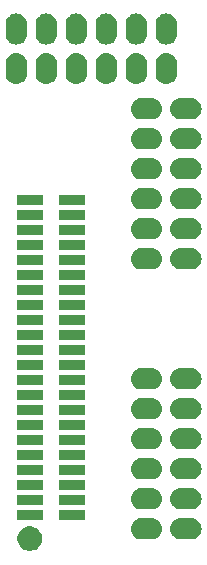
<source format=gbr>
G04 #@! TF.GenerationSoftware,KiCad,Pcbnew,5.1.4+dfsg1-1*
G04 #@! TF.CreationDate,2019-11-26T20:14:11-08:00*
G04 #@! TF.ProjectId,glasgow-pmod,676c6173-676f-4772-9d70-6d6f642e6b69,rev?*
G04 #@! TF.SameCoordinates,PX9001f78PY487d01c*
G04 #@! TF.FileFunction,Soldermask,Bot*
G04 #@! TF.FilePolarity,Negative*
%FSLAX46Y46*%
G04 Gerber Fmt 4.6, Leading zero omitted, Abs format (unit mm)*
G04 Created by KiCad (PCBNEW 5.1.4+dfsg1-1) date 2019-11-26 20:14:11*
%MOMM*%
%LPD*%
G04 APERTURE LIST*
%ADD10C,0.100000*%
G04 APERTURE END LIST*
D10*
G36*
X5386564Y-46995389D02*
G01*
X5577833Y-47074615D01*
X5577835Y-47074616D01*
X5749973Y-47189635D01*
X5896365Y-47336027D01*
X6011385Y-47508167D01*
X6090611Y-47699436D01*
X6131000Y-47902484D01*
X6131000Y-48109516D01*
X6090611Y-48312564D01*
X6011385Y-48503833D01*
X6011384Y-48503835D01*
X5896365Y-48675973D01*
X5749973Y-48822365D01*
X5577835Y-48937384D01*
X5577834Y-48937385D01*
X5577833Y-48937385D01*
X5386564Y-49016611D01*
X5183516Y-49057000D01*
X4976484Y-49057000D01*
X4773436Y-49016611D01*
X4582167Y-48937385D01*
X4582166Y-48937385D01*
X4582165Y-48937384D01*
X4410027Y-48822365D01*
X4263635Y-48675973D01*
X4148616Y-48503835D01*
X4148615Y-48503833D01*
X4069389Y-48312564D01*
X4029000Y-48109516D01*
X4029000Y-47902484D01*
X4069389Y-47699436D01*
X4148615Y-47508167D01*
X4263635Y-47336027D01*
X4410027Y-47189635D01*
X4582165Y-47074616D01*
X4582167Y-47074615D01*
X4773436Y-46995389D01*
X4976484Y-46955000D01*
X5183516Y-46955000D01*
X5386564Y-46995389D01*
X5386564Y-46995389D01*
G37*
G36*
X18837443Y-46286019D02*
G01*
X18903627Y-46292537D01*
X19073466Y-46344057D01*
X19229991Y-46427722D01*
X19265729Y-46457052D01*
X19367186Y-46540314D01*
X19450448Y-46641771D01*
X19479778Y-46677509D01*
X19563443Y-46834034D01*
X19614963Y-47003873D01*
X19632359Y-47180500D01*
X19614963Y-47357127D01*
X19563443Y-47526966D01*
X19479778Y-47683491D01*
X19466693Y-47699435D01*
X19367186Y-47820686D01*
X19267513Y-47902484D01*
X19229991Y-47933278D01*
X19073466Y-48016943D01*
X18903627Y-48068463D01*
X18837442Y-48074982D01*
X18771260Y-48081500D01*
X17842740Y-48081500D01*
X17776558Y-48074982D01*
X17710373Y-48068463D01*
X17540534Y-48016943D01*
X17384009Y-47933278D01*
X17346487Y-47902484D01*
X17246814Y-47820686D01*
X17147307Y-47699435D01*
X17134222Y-47683491D01*
X17050557Y-47526966D01*
X16999037Y-47357127D01*
X16981641Y-47180500D01*
X16999037Y-47003873D01*
X17050557Y-46834034D01*
X17134222Y-46677509D01*
X17163552Y-46641771D01*
X17246814Y-46540314D01*
X17348271Y-46457052D01*
X17384009Y-46427722D01*
X17540534Y-46344057D01*
X17710373Y-46292537D01*
X17776557Y-46286019D01*
X17842740Y-46279500D01*
X18771260Y-46279500D01*
X18837443Y-46286019D01*
X18837443Y-46286019D01*
G37*
G36*
X15497443Y-46286019D02*
G01*
X15563627Y-46292537D01*
X15733466Y-46344057D01*
X15889991Y-46427722D01*
X15925729Y-46457052D01*
X16027186Y-46540314D01*
X16110448Y-46641771D01*
X16139778Y-46677509D01*
X16223443Y-46834034D01*
X16274963Y-47003873D01*
X16292359Y-47180500D01*
X16274963Y-47357127D01*
X16223443Y-47526966D01*
X16139778Y-47683491D01*
X16126693Y-47699435D01*
X16027186Y-47820686D01*
X15927513Y-47902484D01*
X15889991Y-47933278D01*
X15733466Y-48016943D01*
X15563627Y-48068463D01*
X15497442Y-48074982D01*
X15431260Y-48081500D01*
X14502740Y-48081500D01*
X14436558Y-48074982D01*
X14370373Y-48068463D01*
X14200534Y-48016943D01*
X14044009Y-47933278D01*
X14006487Y-47902484D01*
X13906814Y-47820686D01*
X13807307Y-47699435D01*
X13794222Y-47683491D01*
X13710557Y-47526966D01*
X13659037Y-47357127D01*
X13641641Y-47180500D01*
X13659037Y-47003873D01*
X13710557Y-46834034D01*
X13794222Y-46677509D01*
X13823552Y-46641771D01*
X13906814Y-46540314D01*
X14008271Y-46457052D01*
X14044009Y-46427722D01*
X14200534Y-46344057D01*
X14370373Y-46292537D01*
X14436557Y-46286019D01*
X14502740Y-46279500D01*
X15431260Y-46279500D01*
X15497443Y-46286019D01*
X15497443Y-46286019D01*
G37*
G36*
X9784400Y-46463500D02*
G01*
X7582400Y-46463500D01*
X7582400Y-45611500D01*
X9784400Y-45611500D01*
X9784400Y-46463500D01*
X9784400Y-46463500D01*
G37*
G36*
X6184400Y-46463500D02*
G01*
X3982400Y-46463500D01*
X3982400Y-45611500D01*
X6184400Y-45611500D01*
X6184400Y-46463500D01*
X6184400Y-46463500D01*
G37*
G36*
X15497442Y-43746018D02*
G01*
X15563627Y-43752537D01*
X15733466Y-43804057D01*
X15889991Y-43887722D01*
X15925729Y-43917052D01*
X16027186Y-44000314D01*
X16110448Y-44101771D01*
X16139778Y-44137509D01*
X16223443Y-44294034D01*
X16274963Y-44463873D01*
X16292359Y-44640500D01*
X16274963Y-44817127D01*
X16223443Y-44986966D01*
X16139778Y-45143491D01*
X16110448Y-45179229D01*
X16027186Y-45280686D01*
X15925729Y-45363948D01*
X15889991Y-45393278D01*
X15733466Y-45476943D01*
X15563627Y-45528463D01*
X15497443Y-45534981D01*
X15431260Y-45541500D01*
X14502740Y-45541500D01*
X14436557Y-45534981D01*
X14370373Y-45528463D01*
X14200534Y-45476943D01*
X14044009Y-45393278D01*
X14008271Y-45363948D01*
X13906814Y-45280686D01*
X13823552Y-45179229D01*
X13794222Y-45143491D01*
X13710557Y-44986966D01*
X13659037Y-44817127D01*
X13641641Y-44640500D01*
X13659037Y-44463873D01*
X13710557Y-44294034D01*
X13794222Y-44137509D01*
X13823552Y-44101771D01*
X13906814Y-44000314D01*
X14008271Y-43917052D01*
X14044009Y-43887722D01*
X14200534Y-43804057D01*
X14370373Y-43752537D01*
X14436558Y-43746018D01*
X14502740Y-43739500D01*
X15431260Y-43739500D01*
X15497442Y-43746018D01*
X15497442Y-43746018D01*
G37*
G36*
X18837442Y-43746018D02*
G01*
X18903627Y-43752537D01*
X19073466Y-43804057D01*
X19229991Y-43887722D01*
X19265729Y-43917052D01*
X19367186Y-44000314D01*
X19450448Y-44101771D01*
X19479778Y-44137509D01*
X19563443Y-44294034D01*
X19614963Y-44463873D01*
X19632359Y-44640500D01*
X19614963Y-44817127D01*
X19563443Y-44986966D01*
X19479778Y-45143491D01*
X19450448Y-45179229D01*
X19367186Y-45280686D01*
X19265729Y-45363948D01*
X19229991Y-45393278D01*
X19073466Y-45476943D01*
X18903627Y-45528463D01*
X18837443Y-45534981D01*
X18771260Y-45541500D01*
X17842740Y-45541500D01*
X17776557Y-45534981D01*
X17710373Y-45528463D01*
X17540534Y-45476943D01*
X17384009Y-45393278D01*
X17348271Y-45363948D01*
X17246814Y-45280686D01*
X17163552Y-45179229D01*
X17134222Y-45143491D01*
X17050557Y-44986966D01*
X16999037Y-44817127D01*
X16981641Y-44640500D01*
X16999037Y-44463873D01*
X17050557Y-44294034D01*
X17134222Y-44137509D01*
X17163552Y-44101771D01*
X17246814Y-44000314D01*
X17348271Y-43917052D01*
X17384009Y-43887722D01*
X17540534Y-43804057D01*
X17710373Y-43752537D01*
X17776558Y-43746018D01*
X17842740Y-43739500D01*
X18771260Y-43739500D01*
X18837442Y-43746018D01*
X18837442Y-43746018D01*
G37*
G36*
X9784400Y-45193500D02*
G01*
X7582400Y-45193500D01*
X7582400Y-44341500D01*
X9784400Y-44341500D01*
X9784400Y-45193500D01*
X9784400Y-45193500D01*
G37*
G36*
X6184400Y-45193500D02*
G01*
X3982400Y-45193500D01*
X3982400Y-44341500D01*
X6184400Y-44341500D01*
X6184400Y-45193500D01*
X6184400Y-45193500D01*
G37*
G36*
X9784400Y-43923500D02*
G01*
X7582400Y-43923500D01*
X7582400Y-43071500D01*
X9784400Y-43071500D01*
X9784400Y-43923500D01*
X9784400Y-43923500D01*
G37*
G36*
X6184400Y-43923500D02*
G01*
X3982400Y-43923500D01*
X3982400Y-43071500D01*
X6184400Y-43071500D01*
X6184400Y-43923500D01*
X6184400Y-43923500D01*
G37*
G36*
X15497443Y-41206019D02*
G01*
X15563627Y-41212537D01*
X15733466Y-41264057D01*
X15889991Y-41347722D01*
X15925729Y-41377052D01*
X16027186Y-41460314D01*
X16110448Y-41561771D01*
X16139778Y-41597509D01*
X16223443Y-41754034D01*
X16274963Y-41923873D01*
X16292359Y-42100500D01*
X16274963Y-42277127D01*
X16223443Y-42446966D01*
X16139778Y-42603491D01*
X16110448Y-42639229D01*
X16027186Y-42740686D01*
X15925729Y-42823948D01*
X15889991Y-42853278D01*
X15733466Y-42936943D01*
X15563627Y-42988463D01*
X15497443Y-42994981D01*
X15431260Y-43001500D01*
X14502740Y-43001500D01*
X14436557Y-42994981D01*
X14370373Y-42988463D01*
X14200534Y-42936943D01*
X14044009Y-42853278D01*
X14008271Y-42823948D01*
X13906814Y-42740686D01*
X13823552Y-42639229D01*
X13794222Y-42603491D01*
X13710557Y-42446966D01*
X13659037Y-42277127D01*
X13641641Y-42100500D01*
X13659037Y-41923873D01*
X13710557Y-41754034D01*
X13794222Y-41597509D01*
X13823552Y-41561771D01*
X13906814Y-41460314D01*
X14008271Y-41377052D01*
X14044009Y-41347722D01*
X14200534Y-41264057D01*
X14370373Y-41212537D01*
X14436557Y-41206019D01*
X14502740Y-41199500D01*
X15431260Y-41199500D01*
X15497443Y-41206019D01*
X15497443Y-41206019D01*
G37*
G36*
X18837443Y-41206019D02*
G01*
X18903627Y-41212537D01*
X19073466Y-41264057D01*
X19229991Y-41347722D01*
X19265729Y-41377052D01*
X19367186Y-41460314D01*
X19450448Y-41561771D01*
X19479778Y-41597509D01*
X19563443Y-41754034D01*
X19614963Y-41923873D01*
X19632359Y-42100500D01*
X19614963Y-42277127D01*
X19563443Y-42446966D01*
X19479778Y-42603491D01*
X19450448Y-42639229D01*
X19367186Y-42740686D01*
X19265729Y-42823948D01*
X19229991Y-42853278D01*
X19073466Y-42936943D01*
X18903627Y-42988463D01*
X18837443Y-42994981D01*
X18771260Y-43001500D01*
X17842740Y-43001500D01*
X17776557Y-42994981D01*
X17710373Y-42988463D01*
X17540534Y-42936943D01*
X17384009Y-42853278D01*
X17348271Y-42823948D01*
X17246814Y-42740686D01*
X17163552Y-42639229D01*
X17134222Y-42603491D01*
X17050557Y-42446966D01*
X16999037Y-42277127D01*
X16981641Y-42100500D01*
X16999037Y-41923873D01*
X17050557Y-41754034D01*
X17134222Y-41597509D01*
X17163552Y-41561771D01*
X17246814Y-41460314D01*
X17348271Y-41377052D01*
X17384009Y-41347722D01*
X17540534Y-41264057D01*
X17710373Y-41212537D01*
X17776557Y-41206019D01*
X17842740Y-41199500D01*
X18771260Y-41199500D01*
X18837443Y-41206019D01*
X18837443Y-41206019D01*
G37*
G36*
X6184400Y-42653500D02*
G01*
X3982400Y-42653500D01*
X3982400Y-41801500D01*
X6184400Y-41801500D01*
X6184400Y-42653500D01*
X6184400Y-42653500D01*
G37*
G36*
X9784400Y-42653500D02*
G01*
X7582400Y-42653500D01*
X7582400Y-41801500D01*
X9784400Y-41801500D01*
X9784400Y-42653500D01*
X9784400Y-42653500D01*
G37*
G36*
X6184400Y-41383500D02*
G01*
X3982400Y-41383500D01*
X3982400Y-40531500D01*
X6184400Y-40531500D01*
X6184400Y-41383500D01*
X6184400Y-41383500D01*
G37*
G36*
X9784400Y-41383500D02*
G01*
X7582400Y-41383500D01*
X7582400Y-40531500D01*
X9784400Y-40531500D01*
X9784400Y-41383500D01*
X9784400Y-41383500D01*
G37*
G36*
X15497443Y-38666019D02*
G01*
X15563627Y-38672537D01*
X15733466Y-38724057D01*
X15889991Y-38807722D01*
X15925729Y-38837052D01*
X16027186Y-38920314D01*
X16110448Y-39021771D01*
X16139778Y-39057509D01*
X16223443Y-39214034D01*
X16274963Y-39383873D01*
X16292359Y-39560500D01*
X16274963Y-39737127D01*
X16223443Y-39906966D01*
X16139778Y-40063491D01*
X16110448Y-40099229D01*
X16027186Y-40200686D01*
X15925729Y-40283948D01*
X15889991Y-40313278D01*
X15733466Y-40396943D01*
X15563627Y-40448463D01*
X15497442Y-40454982D01*
X15431260Y-40461500D01*
X14502740Y-40461500D01*
X14436558Y-40454982D01*
X14370373Y-40448463D01*
X14200534Y-40396943D01*
X14044009Y-40313278D01*
X14008271Y-40283948D01*
X13906814Y-40200686D01*
X13823552Y-40099229D01*
X13794222Y-40063491D01*
X13710557Y-39906966D01*
X13659037Y-39737127D01*
X13641641Y-39560500D01*
X13659037Y-39383873D01*
X13710557Y-39214034D01*
X13794222Y-39057509D01*
X13823552Y-39021771D01*
X13906814Y-38920314D01*
X14008271Y-38837052D01*
X14044009Y-38807722D01*
X14200534Y-38724057D01*
X14370373Y-38672537D01*
X14436557Y-38666019D01*
X14502740Y-38659500D01*
X15431260Y-38659500D01*
X15497443Y-38666019D01*
X15497443Y-38666019D01*
G37*
G36*
X18837443Y-38666019D02*
G01*
X18903627Y-38672537D01*
X19073466Y-38724057D01*
X19229991Y-38807722D01*
X19265729Y-38837052D01*
X19367186Y-38920314D01*
X19450448Y-39021771D01*
X19479778Y-39057509D01*
X19563443Y-39214034D01*
X19614963Y-39383873D01*
X19632359Y-39560500D01*
X19614963Y-39737127D01*
X19563443Y-39906966D01*
X19479778Y-40063491D01*
X19450448Y-40099229D01*
X19367186Y-40200686D01*
X19265729Y-40283948D01*
X19229991Y-40313278D01*
X19073466Y-40396943D01*
X18903627Y-40448463D01*
X18837442Y-40454982D01*
X18771260Y-40461500D01*
X17842740Y-40461500D01*
X17776558Y-40454982D01*
X17710373Y-40448463D01*
X17540534Y-40396943D01*
X17384009Y-40313278D01*
X17348271Y-40283948D01*
X17246814Y-40200686D01*
X17163552Y-40099229D01*
X17134222Y-40063491D01*
X17050557Y-39906966D01*
X16999037Y-39737127D01*
X16981641Y-39560500D01*
X16999037Y-39383873D01*
X17050557Y-39214034D01*
X17134222Y-39057509D01*
X17163552Y-39021771D01*
X17246814Y-38920314D01*
X17348271Y-38837052D01*
X17384009Y-38807722D01*
X17540534Y-38724057D01*
X17710373Y-38672537D01*
X17776557Y-38666019D01*
X17842740Y-38659500D01*
X18771260Y-38659500D01*
X18837443Y-38666019D01*
X18837443Y-38666019D01*
G37*
G36*
X9784400Y-40113500D02*
G01*
X7582400Y-40113500D01*
X7582400Y-39261500D01*
X9784400Y-39261500D01*
X9784400Y-40113500D01*
X9784400Y-40113500D01*
G37*
G36*
X6184400Y-40113500D02*
G01*
X3982400Y-40113500D01*
X3982400Y-39261500D01*
X6184400Y-39261500D01*
X6184400Y-40113500D01*
X6184400Y-40113500D01*
G37*
G36*
X9784400Y-38843500D02*
G01*
X7582400Y-38843500D01*
X7582400Y-37991500D01*
X9784400Y-37991500D01*
X9784400Y-38843500D01*
X9784400Y-38843500D01*
G37*
G36*
X6184400Y-38843500D02*
G01*
X3982400Y-38843500D01*
X3982400Y-37991500D01*
X6184400Y-37991500D01*
X6184400Y-38843500D01*
X6184400Y-38843500D01*
G37*
G36*
X18837443Y-36126019D02*
G01*
X18903627Y-36132537D01*
X19073466Y-36184057D01*
X19229991Y-36267722D01*
X19265729Y-36297052D01*
X19367186Y-36380314D01*
X19450448Y-36481771D01*
X19479778Y-36517509D01*
X19563443Y-36674034D01*
X19614963Y-36843873D01*
X19632359Y-37020500D01*
X19614963Y-37197127D01*
X19563443Y-37366966D01*
X19479778Y-37523491D01*
X19450448Y-37559229D01*
X19367186Y-37660686D01*
X19265729Y-37743948D01*
X19229991Y-37773278D01*
X19073466Y-37856943D01*
X18903627Y-37908463D01*
X18837443Y-37914981D01*
X18771260Y-37921500D01*
X17842740Y-37921500D01*
X17776557Y-37914981D01*
X17710373Y-37908463D01*
X17540534Y-37856943D01*
X17384009Y-37773278D01*
X17348271Y-37743948D01*
X17246814Y-37660686D01*
X17163552Y-37559229D01*
X17134222Y-37523491D01*
X17050557Y-37366966D01*
X16999037Y-37197127D01*
X16981641Y-37020500D01*
X16999037Y-36843873D01*
X17050557Y-36674034D01*
X17134222Y-36517509D01*
X17163552Y-36481771D01*
X17246814Y-36380314D01*
X17348271Y-36297052D01*
X17384009Y-36267722D01*
X17540534Y-36184057D01*
X17710373Y-36132537D01*
X17776557Y-36126019D01*
X17842740Y-36119500D01*
X18771260Y-36119500D01*
X18837443Y-36126019D01*
X18837443Y-36126019D01*
G37*
G36*
X15497443Y-36126019D02*
G01*
X15563627Y-36132537D01*
X15733466Y-36184057D01*
X15889991Y-36267722D01*
X15925729Y-36297052D01*
X16027186Y-36380314D01*
X16110448Y-36481771D01*
X16139778Y-36517509D01*
X16223443Y-36674034D01*
X16274963Y-36843873D01*
X16292359Y-37020500D01*
X16274963Y-37197127D01*
X16223443Y-37366966D01*
X16139778Y-37523491D01*
X16110448Y-37559229D01*
X16027186Y-37660686D01*
X15925729Y-37743948D01*
X15889991Y-37773278D01*
X15733466Y-37856943D01*
X15563627Y-37908463D01*
X15497443Y-37914981D01*
X15431260Y-37921500D01*
X14502740Y-37921500D01*
X14436557Y-37914981D01*
X14370373Y-37908463D01*
X14200534Y-37856943D01*
X14044009Y-37773278D01*
X14008271Y-37743948D01*
X13906814Y-37660686D01*
X13823552Y-37559229D01*
X13794222Y-37523491D01*
X13710557Y-37366966D01*
X13659037Y-37197127D01*
X13641641Y-37020500D01*
X13659037Y-36843873D01*
X13710557Y-36674034D01*
X13794222Y-36517509D01*
X13823552Y-36481771D01*
X13906814Y-36380314D01*
X14008271Y-36297052D01*
X14044009Y-36267722D01*
X14200534Y-36184057D01*
X14370373Y-36132537D01*
X14436557Y-36126019D01*
X14502740Y-36119500D01*
X15431260Y-36119500D01*
X15497443Y-36126019D01*
X15497443Y-36126019D01*
G37*
G36*
X9784400Y-37573500D02*
G01*
X7582400Y-37573500D01*
X7582400Y-36721500D01*
X9784400Y-36721500D01*
X9784400Y-37573500D01*
X9784400Y-37573500D01*
G37*
G36*
X6184400Y-37573500D02*
G01*
X3982400Y-37573500D01*
X3982400Y-36721500D01*
X6184400Y-36721500D01*
X6184400Y-37573500D01*
X6184400Y-37573500D01*
G37*
G36*
X6184400Y-36303500D02*
G01*
X3982400Y-36303500D01*
X3982400Y-35451500D01*
X6184400Y-35451500D01*
X6184400Y-36303500D01*
X6184400Y-36303500D01*
G37*
G36*
X9784400Y-36303500D02*
G01*
X7582400Y-36303500D01*
X7582400Y-35451500D01*
X9784400Y-35451500D01*
X9784400Y-36303500D01*
X9784400Y-36303500D01*
G37*
G36*
X18837442Y-33586018D02*
G01*
X18903627Y-33592537D01*
X19073466Y-33644057D01*
X19229991Y-33727722D01*
X19265729Y-33757052D01*
X19367186Y-33840314D01*
X19450448Y-33941771D01*
X19479778Y-33977509D01*
X19563443Y-34134034D01*
X19614963Y-34303873D01*
X19632359Y-34480500D01*
X19614963Y-34657127D01*
X19563443Y-34826966D01*
X19479778Y-34983491D01*
X19450448Y-35019229D01*
X19367186Y-35120686D01*
X19265729Y-35203948D01*
X19229991Y-35233278D01*
X19073466Y-35316943D01*
X18903627Y-35368463D01*
X18837443Y-35374981D01*
X18771260Y-35381500D01*
X17842740Y-35381500D01*
X17776557Y-35374981D01*
X17710373Y-35368463D01*
X17540534Y-35316943D01*
X17384009Y-35233278D01*
X17348271Y-35203948D01*
X17246814Y-35120686D01*
X17163552Y-35019229D01*
X17134222Y-34983491D01*
X17050557Y-34826966D01*
X16999037Y-34657127D01*
X16981641Y-34480500D01*
X16999037Y-34303873D01*
X17050557Y-34134034D01*
X17134222Y-33977509D01*
X17163552Y-33941771D01*
X17246814Y-33840314D01*
X17348271Y-33757052D01*
X17384009Y-33727722D01*
X17540534Y-33644057D01*
X17710373Y-33592537D01*
X17776558Y-33586018D01*
X17842740Y-33579500D01*
X18771260Y-33579500D01*
X18837442Y-33586018D01*
X18837442Y-33586018D01*
G37*
G36*
X15497442Y-33586018D02*
G01*
X15563627Y-33592537D01*
X15733466Y-33644057D01*
X15889991Y-33727722D01*
X15925729Y-33757052D01*
X16027186Y-33840314D01*
X16110448Y-33941771D01*
X16139778Y-33977509D01*
X16223443Y-34134034D01*
X16274963Y-34303873D01*
X16292359Y-34480500D01*
X16274963Y-34657127D01*
X16223443Y-34826966D01*
X16139778Y-34983491D01*
X16110448Y-35019229D01*
X16027186Y-35120686D01*
X15925729Y-35203948D01*
X15889991Y-35233278D01*
X15733466Y-35316943D01*
X15563627Y-35368463D01*
X15497443Y-35374981D01*
X15431260Y-35381500D01*
X14502740Y-35381500D01*
X14436557Y-35374981D01*
X14370373Y-35368463D01*
X14200534Y-35316943D01*
X14044009Y-35233278D01*
X14008271Y-35203948D01*
X13906814Y-35120686D01*
X13823552Y-35019229D01*
X13794222Y-34983491D01*
X13710557Y-34826966D01*
X13659037Y-34657127D01*
X13641641Y-34480500D01*
X13659037Y-34303873D01*
X13710557Y-34134034D01*
X13794222Y-33977509D01*
X13823552Y-33941771D01*
X13906814Y-33840314D01*
X14008271Y-33757052D01*
X14044009Y-33727722D01*
X14200534Y-33644057D01*
X14370373Y-33592537D01*
X14436558Y-33586018D01*
X14502740Y-33579500D01*
X15431260Y-33579500D01*
X15497442Y-33586018D01*
X15497442Y-33586018D01*
G37*
G36*
X6184400Y-35033500D02*
G01*
X3982400Y-35033500D01*
X3982400Y-34181500D01*
X6184400Y-34181500D01*
X6184400Y-35033500D01*
X6184400Y-35033500D01*
G37*
G36*
X9784400Y-35033500D02*
G01*
X7582400Y-35033500D01*
X7582400Y-34181500D01*
X9784400Y-34181500D01*
X9784400Y-35033500D01*
X9784400Y-35033500D01*
G37*
G36*
X9784400Y-33763500D02*
G01*
X7582400Y-33763500D01*
X7582400Y-32911500D01*
X9784400Y-32911500D01*
X9784400Y-33763500D01*
X9784400Y-33763500D01*
G37*
G36*
X6184400Y-33763500D02*
G01*
X3982400Y-33763500D01*
X3982400Y-32911500D01*
X6184400Y-32911500D01*
X6184400Y-33763500D01*
X6184400Y-33763500D01*
G37*
G36*
X9784400Y-32493500D02*
G01*
X7582400Y-32493500D01*
X7582400Y-31641500D01*
X9784400Y-31641500D01*
X9784400Y-32493500D01*
X9784400Y-32493500D01*
G37*
G36*
X6184400Y-32493500D02*
G01*
X3982400Y-32493500D01*
X3982400Y-31641500D01*
X6184400Y-31641500D01*
X6184400Y-32493500D01*
X6184400Y-32493500D01*
G37*
G36*
X9784400Y-31223500D02*
G01*
X7582400Y-31223500D01*
X7582400Y-30371500D01*
X9784400Y-30371500D01*
X9784400Y-31223500D01*
X9784400Y-31223500D01*
G37*
G36*
X6184400Y-31223500D02*
G01*
X3982400Y-31223500D01*
X3982400Y-30371500D01*
X6184400Y-30371500D01*
X6184400Y-31223500D01*
X6184400Y-31223500D01*
G37*
G36*
X6184400Y-29953500D02*
G01*
X3982400Y-29953500D01*
X3982400Y-29101500D01*
X6184400Y-29101500D01*
X6184400Y-29953500D01*
X6184400Y-29953500D01*
G37*
G36*
X9784400Y-29953500D02*
G01*
X7582400Y-29953500D01*
X7582400Y-29101500D01*
X9784400Y-29101500D01*
X9784400Y-29953500D01*
X9784400Y-29953500D01*
G37*
G36*
X6184400Y-28683500D02*
G01*
X3982400Y-28683500D01*
X3982400Y-27831500D01*
X6184400Y-27831500D01*
X6184400Y-28683500D01*
X6184400Y-28683500D01*
G37*
G36*
X9784400Y-28683500D02*
G01*
X7582400Y-28683500D01*
X7582400Y-27831500D01*
X9784400Y-27831500D01*
X9784400Y-28683500D01*
X9784400Y-28683500D01*
G37*
G36*
X9784400Y-27413500D02*
G01*
X7582400Y-27413500D01*
X7582400Y-26561500D01*
X9784400Y-26561500D01*
X9784400Y-27413500D01*
X9784400Y-27413500D01*
G37*
G36*
X6184400Y-27413500D02*
G01*
X3982400Y-27413500D01*
X3982400Y-26561500D01*
X6184400Y-26561500D01*
X6184400Y-27413500D01*
X6184400Y-27413500D01*
G37*
G36*
X6184400Y-26143500D02*
G01*
X3982400Y-26143500D01*
X3982400Y-25291500D01*
X6184400Y-25291500D01*
X6184400Y-26143500D01*
X6184400Y-26143500D01*
G37*
G36*
X9784400Y-26143500D02*
G01*
X7582400Y-26143500D01*
X7582400Y-25291500D01*
X9784400Y-25291500D01*
X9784400Y-26143500D01*
X9784400Y-26143500D01*
G37*
G36*
X15497443Y-23426019D02*
G01*
X15563627Y-23432537D01*
X15733466Y-23484057D01*
X15889991Y-23567722D01*
X15925729Y-23597052D01*
X16027186Y-23680314D01*
X16110448Y-23781771D01*
X16139778Y-23817509D01*
X16223443Y-23974034D01*
X16274963Y-24143873D01*
X16292359Y-24320500D01*
X16274963Y-24497127D01*
X16223443Y-24666966D01*
X16139778Y-24823491D01*
X16110448Y-24859229D01*
X16027186Y-24960686D01*
X15925729Y-25043948D01*
X15889991Y-25073278D01*
X15733466Y-25156943D01*
X15563627Y-25208463D01*
X15497443Y-25214981D01*
X15431260Y-25221500D01*
X14502740Y-25221500D01*
X14436558Y-25214982D01*
X14370373Y-25208463D01*
X14200534Y-25156943D01*
X14044009Y-25073278D01*
X14008271Y-25043948D01*
X13906814Y-24960686D01*
X13823552Y-24859229D01*
X13794222Y-24823491D01*
X13710557Y-24666966D01*
X13659037Y-24497127D01*
X13641641Y-24320500D01*
X13659037Y-24143873D01*
X13710557Y-23974034D01*
X13794222Y-23817509D01*
X13823552Y-23781771D01*
X13906814Y-23680314D01*
X14008271Y-23597052D01*
X14044009Y-23567722D01*
X14200534Y-23484057D01*
X14370373Y-23432537D01*
X14436558Y-23426018D01*
X14502740Y-23419500D01*
X15431260Y-23419500D01*
X15497443Y-23426019D01*
X15497443Y-23426019D01*
G37*
G36*
X18837443Y-23426019D02*
G01*
X18903627Y-23432537D01*
X19073466Y-23484057D01*
X19229991Y-23567722D01*
X19265729Y-23597052D01*
X19367186Y-23680314D01*
X19450448Y-23781771D01*
X19479778Y-23817509D01*
X19563443Y-23974034D01*
X19614963Y-24143873D01*
X19632359Y-24320500D01*
X19614963Y-24497127D01*
X19563443Y-24666966D01*
X19479778Y-24823491D01*
X19450448Y-24859229D01*
X19367186Y-24960686D01*
X19265729Y-25043948D01*
X19229991Y-25073278D01*
X19073466Y-25156943D01*
X18903627Y-25208463D01*
X18837443Y-25214981D01*
X18771260Y-25221500D01*
X17842740Y-25221500D01*
X17776558Y-25214982D01*
X17710373Y-25208463D01*
X17540534Y-25156943D01*
X17384009Y-25073278D01*
X17348271Y-25043948D01*
X17246814Y-24960686D01*
X17163552Y-24859229D01*
X17134222Y-24823491D01*
X17050557Y-24666966D01*
X16999037Y-24497127D01*
X16981641Y-24320500D01*
X16999037Y-24143873D01*
X17050557Y-23974034D01*
X17134222Y-23817509D01*
X17163552Y-23781771D01*
X17246814Y-23680314D01*
X17348271Y-23597052D01*
X17384009Y-23567722D01*
X17540534Y-23484057D01*
X17710373Y-23432537D01*
X17776558Y-23426018D01*
X17842740Y-23419500D01*
X18771260Y-23419500D01*
X18837443Y-23426019D01*
X18837443Y-23426019D01*
G37*
G36*
X9784400Y-24873500D02*
G01*
X7582400Y-24873500D01*
X7582400Y-24021500D01*
X9784400Y-24021500D01*
X9784400Y-24873500D01*
X9784400Y-24873500D01*
G37*
G36*
X6184400Y-24873500D02*
G01*
X3982400Y-24873500D01*
X3982400Y-24021500D01*
X6184400Y-24021500D01*
X6184400Y-24873500D01*
X6184400Y-24873500D01*
G37*
G36*
X9784400Y-23603500D02*
G01*
X7582400Y-23603500D01*
X7582400Y-22751500D01*
X9784400Y-22751500D01*
X9784400Y-23603500D01*
X9784400Y-23603500D01*
G37*
G36*
X6184400Y-23603500D02*
G01*
X3982400Y-23603500D01*
X3982400Y-22751500D01*
X6184400Y-22751500D01*
X6184400Y-23603500D01*
X6184400Y-23603500D01*
G37*
G36*
X18837442Y-20886018D02*
G01*
X18903627Y-20892537D01*
X19073466Y-20944057D01*
X19229991Y-21027722D01*
X19265729Y-21057052D01*
X19367186Y-21140314D01*
X19450448Y-21241771D01*
X19479778Y-21277509D01*
X19563443Y-21434034D01*
X19614963Y-21603873D01*
X19632359Y-21780500D01*
X19614963Y-21957127D01*
X19563443Y-22126966D01*
X19479778Y-22283491D01*
X19450448Y-22319229D01*
X19367186Y-22420686D01*
X19265729Y-22503948D01*
X19229991Y-22533278D01*
X19073466Y-22616943D01*
X18903627Y-22668463D01*
X18837442Y-22674982D01*
X18771260Y-22681500D01*
X17842740Y-22681500D01*
X17776558Y-22674982D01*
X17710373Y-22668463D01*
X17540534Y-22616943D01*
X17384009Y-22533278D01*
X17348271Y-22503948D01*
X17246814Y-22420686D01*
X17163552Y-22319229D01*
X17134222Y-22283491D01*
X17050557Y-22126966D01*
X16999037Y-21957127D01*
X16981641Y-21780500D01*
X16999037Y-21603873D01*
X17050557Y-21434034D01*
X17134222Y-21277509D01*
X17163552Y-21241771D01*
X17246814Y-21140314D01*
X17348271Y-21057052D01*
X17384009Y-21027722D01*
X17540534Y-20944057D01*
X17710373Y-20892537D01*
X17776558Y-20886018D01*
X17842740Y-20879500D01*
X18771260Y-20879500D01*
X18837442Y-20886018D01*
X18837442Y-20886018D01*
G37*
G36*
X15497442Y-20886018D02*
G01*
X15563627Y-20892537D01*
X15733466Y-20944057D01*
X15889991Y-21027722D01*
X15925729Y-21057052D01*
X16027186Y-21140314D01*
X16110448Y-21241771D01*
X16139778Y-21277509D01*
X16223443Y-21434034D01*
X16274963Y-21603873D01*
X16292359Y-21780500D01*
X16274963Y-21957127D01*
X16223443Y-22126966D01*
X16139778Y-22283491D01*
X16110448Y-22319229D01*
X16027186Y-22420686D01*
X15925729Y-22503948D01*
X15889991Y-22533278D01*
X15733466Y-22616943D01*
X15563627Y-22668463D01*
X15497442Y-22674982D01*
X15431260Y-22681500D01*
X14502740Y-22681500D01*
X14436558Y-22674982D01*
X14370373Y-22668463D01*
X14200534Y-22616943D01*
X14044009Y-22533278D01*
X14008271Y-22503948D01*
X13906814Y-22420686D01*
X13823552Y-22319229D01*
X13794222Y-22283491D01*
X13710557Y-22126966D01*
X13659037Y-21957127D01*
X13641641Y-21780500D01*
X13659037Y-21603873D01*
X13710557Y-21434034D01*
X13794222Y-21277509D01*
X13823552Y-21241771D01*
X13906814Y-21140314D01*
X14008271Y-21057052D01*
X14044009Y-21027722D01*
X14200534Y-20944057D01*
X14370373Y-20892537D01*
X14436558Y-20886018D01*
X14502740Y-20879500D01*
X15431260Y-20879500D01*
X15497442Y-20886018D01*
X15497442Y-20886018D01*
G37*
G36*
X9784400Y-22333500D02*
G01*
X7582400Y-22333500D01*
X7582400Y-21481500D01*
X9784400Y-21481500D01*
X9784400Y-22333500D01*
X9784400Y-22333500D01*
G37*
G36*
X6184400Y-22333500D02*
G01*
X3982400Y-22333500D01*
X3982400Y-21481500D01*
X6184400Y-21481500D01*
X6184400Y-22333500D01*
X6184400Y-22333500D01*
G37*
G36*
X6184400Y-21063500D02*
G01*
X3982400Y-21063500D01*
X3982400Y-20211500D01*
X6184400Y-20211500D01*
X6184400Y-21063500D01*
X6184400Y-21063500D01*
G37*
G36*
X9784400Y-21063500D02*
G01*
X7582400Y-21063500D01*
X7582400Y-20211500D01*
X9784400Y-20211500D01*
X9784400Y-21063500D01*
X9784400Y-21063500D01*
G37*
G36*
X15497442Y-18346018D02*
G01*
X15563627Y-18352537D01*
X15733466Y-18404057D01*
X15889991Y-18487722D01*
X15925729Y-18517052D01*
X16027186Y-18600314D01*
X16110448Y-18701771D01*
X16139778Y-18737509D01*
X16223443Y-18894034D01*
X16274963Y-19063873D01*
X16292359Y-19240500D01*
X16274963Y-19417127D01*
X16223443Y-19586966D01*
X16139778Y-19743491D01*
X16110448Y-19779229D01*
X16027186Y-19880686D01*
X15925729Y-19963948D01*
X15889991Y-19993278D01*
X15733466Y-20076943D01*
X15563627Y-20128463D01*
X15497443Y-20134981D01*
X15431260Y-20141500D01*
X14502740Y-20141500D01*
X14436558Y-20134982D01*
X14370373Y-20128463D01*
X14200534Y-20076943D01*
X14044009Y-19993278D01*
X14008271Y-19963948D01*
X13906814Y-19880686D01*
X13823552Y-19779229D01*
X13794222Y-19743491D01*
X13710557Y-19586966D01*
X13659037Y-19417127D01*
X13641641Y-19240500D01*
X13659037Y-19063873D01*
X13710557Y-18894034D01*
X13794222Y-18737509D01*
X13823552Y-18701771D01*
X13906814Y-18600314D01*
X14008271Y-18517052D01*
X14044009Y-18487722D01*
X14200534Y-18404057D01*
X14370373Y-18352537D01*
X14436557Y-18346019D01*
X14502740Y-18339500D01*
X15431260Y-18339500D01*
X15497442Y-18346018D01*
X15497442Y-18346018D01*
G37*
G36*
X18837442Y-18346018D02*
G01*
X18903627Y-18352537D01*
X19073466Y-18404057D01*
X19229991Y-18487722D01*
X19265729Y-18517052D01*
X19367186Y-18600314D01*
X19450448Y-18701771D01*
X19479778Y-18737509D01*
X19563443Y-18894034D01*
X19614963Y-19063873D01*
X19632359Y-19240500D01*
X19614963Y-19417127D01*
X19563443Y-19586966D01*
X19479778Y-19743491D01*
X19450448Y-19779229D01*
X19367186Y-19880686D01*
X19265729Y-19963948D01*
X19229991Y-19993278D01*
X19073466Y-20076943D01*
X18903627Y-20128463D01*
X18837443Y-20134981D01*
X18771260Y-20141500D01*
X17842740Y-20141500D01*
X17776558Y-20134982D01*
X17710373Y-20128463D01*
X17540534Y-20076943D01*
X17384009Y-19993278D01*
X17348271Y-19963948D01*
X17246814Y-19880686D01*
X17163552Y-19779229D01*
X17134222Y-19743491D01*
X17050557Y-19586966D01*
X16999037Y-19417127D01*
X16981641Y-19240500D01*
X16999037Y-19063873D01*
X17050557Y-18894034D01*
X17134222Y-18737509D01*
X17163552Y-18701771D01*
X17246814Y-18600314D01*
X17348271Y-18517052D01*
X17384009Y-18487722D01*
X17540534Y-18404057D01*
X17710373Y-18352537D01*
X17776557Y-18346019D01*
X17842740Y-18339500D01*
X18771260Y-18339500D01*
X18837442Y-18346018D01*
X18837442Y-18346018D01*
G37*
G36*
X6184400Y-19793500D02*
G01*
X3982400Y-19793500D01*
X3982400Y-18941500D01*
X6184400Y-18941500D01*
X6184400Y-19793500D01*
X6184400Y-19793500D01*
G37*
G36*
X9784400Y-19793500D02*
G01*
X7582400Y-19793500D01*
X7582400Y-18941500D01*
X9784400Y-18941500D01*
X9784400Y-19793500D01*
X9784400Y-19793500D01*
G37*
G36*
X18837442Y-15806018D02*
G01*
X18903627Y-15812537D01*
X19073466Y-15864057D01*
X19229991Y-15947722D01*
X19265729Y-15977052D01*
X19367186Y-16060314D01*
X19450448Y-16161771D01*
X19479778Y-16197509D01*
X19563443Y-16354034D01*
X19614963Y-16523873D01*
X19632359Y-16700500D01*
X19614963Y-16877127D01*
X19563443Y-17046966D01*
X19479778Y-17203491D01*
X19450448Y-17239229D01*
X19367186Y-17340686D01*
X19265729Y-17423948D01*
X19229991Y-17453278D01*
X19073466Y-17536943D01*
X18903627Y-17588463D01*
X18837442Y-17594982D01*
X18771260Y-17601500D01*
X17842740Y-17601500D01*
X17776557Y-17594981D01*
X17710373Y-17588463D01*
X17540534Y-17536943D01*
X17384009Y-17453278D01*
X17348271Y-17423948D01*
X17246814Y-17340686D01*
X17163552Y-17239229D01*
X17134222Y-17203491D01*
X17050557Y-17046966D01*
X16999037Y-16877127D01*
X16981641Y-16700500D01*
X16999037Y-16523873D01*
X17050557Y-16354034D01*
X17134222Y-16197509D01*
X17163552Y-16161771D01*
X17246814Y-16060314D01*
X17348271Y-15977052D01*
X17384009Y-15947722D01*
X17540534Y-15864057D01*
X17710373Y-15812537D01*
X17776558Y-15806018D01*
X17842740Y-15799500D01*
X18771260Y-15799500D01*
X18837442Y-15806018D01*
X18837442Y-15806018D01*
G37*
G36*
X15497442Y-15806018D02*
G01*
X15563627Y-15812537D01*
X15733466Y-15864057D01*
X15889991Y-15947722D01*
X15925729Y-15977052D01*
X16027186Y-16060314D01*
X16110448Y-16161771D01*
X16139778Y-16197509D01*
X16223443Y-16354034D01*
X16274963Y-16523873D01*
X16292359Y-16700500D01*
X16274963Y-16877127D01*
X16223443Y-17046966D01*
X16139778Y-17203491D01*
X16110448Y-17239229D01*
X16027186Y-17340686D01*
X15925729Y-17423948D01*
X15889991Y-17453278D01*
X15733466Y-17536943D01*
X15563627Y-17588463D01*
X15497442Y-17594982D01*
X15431260Y-17601500D01*
X14502740Y-17601500D01*
X14436557Y-17594981D01*
X14370373Y-17588463D01*
X14200534Y-17536943D01*
X14044009Y-17453278D01*
X14008271Y-17423948D01*
X13906814Y-17340686D01*
X13823552Y-17239229D01*
X13794222Y-17203491D01*
X13710557Y-17046966D01*
X13659037Y-16877127D01*
X13641641Y-16700500D01*
X13659037Y-16523873D01*
X13710557Y-16354034D01*
X13794222Y-16197509D01*
X13823552Y-16161771D01*
X13906814Y-16060314D01*
X14008271Y-15977052D01*
X14044009Y-15947722D01*
X14200534Y-15864057D01*
X14370373Y-15812537D01*
X14436558Y-15806018D01*
X14502740Y-15799500D01*
X15431260Y-15799500D01*
X15497442Y-15806018D01*
X15497442Y-15806018D01*
G37*
G36*
X18837443Y-13266019D02*
G01*
X18903627Y-13272537D01*
X19073466Y-13324057D01*
X19229991Y-13407722D01*
X19265729Y-13437052D01*
X19367186Y-13520314D01*
X19450448Y-13621771D01*
X19479778Y-13657509D01*
X19563443Y-13814034D01*
X19614963Y-13983873D01*
X19632359Y-14160500D01*
X19614963Y-14337127D01*
X19563443Y-14506966D01*
X19479778Y-14663491D01*
X19450448Y-14699229D01*
X19367186Y-14800686D01*
X19265729Y-14883948D01*
X19229991Y-14913278D01*
X19073466Y-14996943D01*
X18903627Y-15048463D01*
X18837442Y-15054982D01*
X18771260Y-15061500D01*
X17842740Y-15061500D01*
X17776558Y-15054982D01*
X17710373Y-15048463D01*
X17540534Y-14996943D01*
X17384009Y-14913278D01*
X17348271Y-14883948D01*
X17246814Y-14800686D01*
X17163552Y-14699229D01*
X17134222Y-14663491D01*
X17050557Y-14506966D01*
X16999037Y-14337127D01*
X16981641Y-14160500D01*
X16999037Y-13983873D01*
X17050557Y-13814034D01*
X17134222Y-13657509D01*
X17163552Y-13621771D01*
X17246814Y-13520314D01*
X17348271Y-13437052D01*
X17384009Y-13407722D01*
X17540534Y-13324057D01*
X17710373Y-13272537D01*
X17776557Y-13266019D01*
X17842740Y-13259500D01*
X18771260Y-13259500D01*
X18837443Y-13266019D01*
X18837443Y-13266019D01*
G37*
G36*
X15497443Y-13266019D02*
G01*
X15563627Y-13272537D01*
X15733466Y-13324057D01*
X15889991Y-13407722D01*
X15925729Y-13437052D01*
X16027186Y-13520314D01*
X16110448Y-13621771D01*
X16139778Y-13657509D01*
X16223443Y-13814034D01*
X16274963Y-13983873D01*
X16292359Y-14160500D01*
X16274963Y-14337127D01*
X16223443Y-14506966D01*
X16139778Y-14663491D01*
X16110448Y-14699229D01*
X16027186Y-14800686D01*
X15925729Y-14883948D01*
X15889991Y-14913278D01*
X15733466Y-14996943D01*
X15563627Y-15048463D01*
X15497442Y-15054982D01*
X15431260Y-15061500D01*
X14502740Y-15061500D01*
X14436558Y-15054982D01*
X14370373Y-15048463D01*
X14200534Y-14996943D01*
X14044009Y-14913278D01*
X14008271Y-14883948D01*
X13906814Y-14800686D01*
X13823552Y-14699229D01*
X13794222Y-14663491D01*
X13710557Y-14506966D01*
X13659037Y-14337127D01*
X13641641Y-14160500D01*
X13659037Y-13983873D01*
X13710557Y-13814034D01*
X13794222Y-13657509D01*
X13823552Y-13621771D01*
X13906814Y-13520314D01*
X14008271Y-13437052D01*
X14044009Y-13407722D01*
X14200534Y-13324057D01*
X14370373Y-13272537D01*
X14436557Y-13266019D01*
X14502740Y-13259500D01*
X15431260Y-13259500D01*
X15497443Y-13266019D01*
X15497443Y-13266019D01*
G37*
G36*
X15497442Y-10726018D02*
G01*
X15563627Y-10732537D01*
X15733466Y-10784057D01*
X15889991Y-10867722D01*
X15925729Y-10897052D01*
X16027186Y-10980314D01*
X16110448Y-11081771D01*
X16139778Y-11117509D01*
X16223443Y-11274034D01*
X16274963Y-11443873D01*
X16292359Y-11620500D01*
X16274963Y-11797127D01*
X16223443Y-11966966D01*
X16139778Y-12123491D01*
X16110448Y-12159229D01*
X16027186Y-12260686D01*
X15925729Y-12343948D01*
X15889991Y-12373278D01*
X15733466Y-12456943D01*
X15563627Y-12508463D01*
X15497442Y-12514982D01*
X15431260Y-12521500D01*
X14502740Y-12521500D01*
X14436558Y-12514982D01*
X14370373Y-12508463D01*
X14200534Y-12456943D01*
X14044009Y-12373278D01*
X14008271Y-12343948D01*
X13906814Y-12260686D01*
X13823552Y-12159229D01*
X13794222Y-12123491D01*
X13710557Y-11966966D01*
X13659037Y-11797127D01*
X13641641Y-11620500D01*
X13659037Y-11443873D01*
X13710557Y-11274034D01*
X13794222Y-11117509D01*
X13823552Y-11081771D01*
X13906814Y-10980314D01*
X14008271Y-10897052D01*
X14044009Y-10867722D01*
X14200534Y-10784057D01*
X14370373Y-10732537D01*
X14436558Y-10726018D01*
X14502740Y-10719500D01*
X15431260Y-10719500D01*
X15497442Y-10726018D01*
X15497442Y-10726018D01*
G37*
G36*
X18837442Y-10726018D02*
G01*
X18903627Y-10732537D01*
X19073466Y-10784057D01*
X19229991Y-10867722D01*
X19265729Y-10897052D01*
X19367186Y-10980314D01*
X19450448Y-11081771D01*
X19479778Y-11117509D01*
X19563443Y-11274034D01*
X19614963Y-11443873D01*
X19632359Y-11620500D01*
X19614963Y-11797127D01*
X19563443Y-11966966D01*
X19479778Y-12123491D01*
X19450448Y-12159229D01*
X19367186Y-12260686D01*
X19265729Y-12343948D01*
X19229991Y-12373278D01*
X19073466Y-12456943D01*
X18903627Y-12508463D01*
X18837442Y-12514982D01*
X18771260Y-12521500D01*
X17842740Y-12521500D01*
X17776558Y-12514982D01*
X17710373Y-12508463D01*
X17540534Y-12456943D01*
X17384009Y-12373278D01*
X17348271Y-12343948D01*
X17246814Y-12260686D01*
X17163552Y-12159229D01*
X17134222Y-12123491D01*
X17050557Y-11966966D01*
X16999037Y-11797127D01*
X16981641Y-11620500D01*
X16999037Y-11443873D01*
X17050557Y-11274034D01*
X17134222Y-11117509D01*
X17163552Y-11081771D01*
X17246814Y-10980314D01*
X17348271Y-10897052D01*
X17384009Y-10867722D01*
X17540534Y-10784057D01*
X17710373Y-10732537D01*
X17776558Y-10726018D01*
X17842740Y-10719500D01*
X18771260Y-10719500D01*
X18837442Y-10726018D01*
X18837442Y-10726018D01*
G37*
G36*
X6653626Y-6902537D02*
G01*
X6823465Y-6954057D01*
X6823467Y-6954058D01*
X6979989Y-7037721D01*
X7117186Y-7150314D01*
X7200448Y-7251771D01*
X7229778Y-7287509D01*
X7313443Y-7444034D01*
X7364963Y-7613873D01*
X7378000Y-7746242D01*
X7378000Y-8674758D01*
X7364963Y-8807127D01*
X7313443Y-8976966D01*
X7229778Y-9133491D01*
X7200448Y-9169229D01*
X7117186Y-9270686D01*
X7015729Y-9353948D01*
X6979991Y-9383278D01*
X6823466Y-9466943D01*
X6653627Y-9518463D01*
X6477000Y-9535859D01*
X6300374Y-9518463D01*
X6130535Y-9466943D01*
X5974010Y-9383278D01*
X5938272Y-9353948D01*
X5836815Y-9270686D01*
X5753553Y-9169229D01*
X5724223Y-9133491D01*
X5640558Y-8976966D01*
X5589038Y-8807127D01*
X5576000Y-8674758D01*
X5576000Y-7746243D01*
X5589037Y-7613874D01*
X5640557Y-7444035D01*
X5724222Y-7287510D01*
X5724223Y-7287509D01*
X5836814Y-7150314D01*
X5938271Y-7067052D01*
X5974009Y-7037722D01*
X6130534Y-6954057D01*
X6300373Y-6902537D01*
X6477000Y-6885141D01*
X6653626Y-6902537D01*
X6653626Y-6902537D01*
G37*
G36*
X9193626Y-6902537D02*
G01*
X9363465Y-6954057D01*
X9363467Y-6954058D01*
X9519989Y-7037721D01*
X9657186Y-7150314D01*
X9740448Y-7251771D01*
X9769778Y-7287509D01*
X9853443Y-7444034D01*
X9904963Y-7613873D01*
X9918000Y-7746242D01*
X9918000Y-8674758D01*
X9904963Y-8807127D01*
X9853443Y-8976966D01*
X9769778Y-9133491D01*
X9740448Y-9169229D01*
X9657186Y-9270686D01*
X9555729Y-9353948D01*
X9519991Y-9383278D01*
X9363466Y-9466943D01*
X9193627Y-9518463D01*
X9017000Y-9535859D01*
X8840374Y-9518463D01*
X8670535Y-9466943D01*
X8514010Y-9383278D01*
X8478272Y-9353948D01*
X8376815Y-9270686D01*
X8293553Y-9169229D01*
X8264223Y-9133491D01*
X8180558Y-8976966D01*
X8129038Y-8807127D01*
X8116000Y-8674758D01*
X8116000Y-7746243D01*
X8129037Y-7613874D01*
X8180557Y-7444035D01*
X8264222Y-7287510D01*
X8264223Y-7287509D01*
X8376814Y-7150314D01*
X8478271Y-7067052D01*
X8514009Y-7037722D01*
X8670534Y-6954057D01*
X8840373Y-6902537D01*
X9017000Y-6885141D01*
X9193626Y-6902537D01*
X9193626Y-6902537D01*
G37*
G36*
X11733626Y-6902537D02*
G01*
X11903465Y-6954057D01*
X11903467Y-6954058D01*
X12059989Y-7037721D01*
X12197186Y-7150314D01*
X12280448Y-7251771D01*
X12309778Y-7287509D01*
X12393443Y-7444034D01*
X12444963Y-7613873D01*
X12458000Y-7746242D01*
X12458000Y-8674758D01*
X12444963Y-8807127D01*
X12393443Y-8976966D01*
X12309778Y-9133491D01*
X12280448Y-9169229D01*
X12197186Y-9270686D01*
X12095729Y-9353948D01*
X12059991Y-9383278D01*
X11903466Y-9466943D01*
X11733627Y-9518463D01*
X11557000Y-9535859D01*
X11380374Y-9518463D01*
X11210535Y-9466943D01*
X11054010Y-9383278D01*
X11018272Y-9353948D01*
X10916815Y-9270686D01*
X10833553Y-9169229D01*
X10804223Y-9133491D01*
X10720558Y-8976966D01*
X10669038Y-8807127D01*
X10656000Y-8674758D01*
X10656000Y-7746243D01*
X10669037Y-7613874D01*
X10720557Y-7444035D01*
X10804222Y-7287510D01*
X10804223Y-7287509D01*
X10916814Y-7150314D01*
X11018271Y-7067052D01*
X11054009Y-7037722D01*
X11210534Y-6954057D01*
X11380373Y-6902537D01*
X11557000Y-6885141D01*
X11733626Y-6902537D01*
X11733626Y-6902537D01*
G37*
G36*
X14273626Y-6902537D02*
G01*
X14443465Y-6954057D01*
X14443467Y-6954058D01*
X14599989Y-7037721D01*
X14737186Y-7150314D01*
X14820448Y-7251771D01*
X14849778Y-7287509D01*
X14933443Y-7444034D01*
X14984963Y-7613873D01*
X14998000Y-7746242D01*
X14998000Y-8674758D01*
X14984963Y-8807127D01*
X14933443Y-8976966D01*
X14849778Y-9133491D01*
X14820448Y-9169229D01*
X14737186Y-9270686D01*
X14635729Y-9353948D01*
X14599991Y-9383278D01*
X14443466Y-9466943D01*
X14273627Y-9518463D01*
X14097000Y-9535859D01*
X13920374Y-9518463D01*
X13750535Y-9466943D01*
X13594010Y-9383278D01*
X13558272Y-9353948D01*
X13456815Y-9270686D01*
X13373553Y-9169229D01*
X13344223Y-9133491D01*
X13260558Y-8976966D01*
X13209038Y-8807127D01*
X13196000Y-8674758D01*
X13196000Y-7746243D01*
X13209037Y-7613874D01*
X13260557Y-7444035D01*
X13344222Y-7287510D01*
X13344223Y-7287509D01*
X13456814Y-7150314D01*
X13558271Y-7067052D01*
X13594009Y-7037722D01*
X13750534Y-6954057D01*
X13920373Y-6902537D01*
X14097000Y-6885141D01*
X14273626Y-6902537D01*
X14273626Y-6902537D01*
G37*
G36*
X16813626Y-6902537D02*
G01*
X16983465Y-6954057D01*
X16983467Y-6954058D01*
X17139989Y-7037721D01*
X17277186Y-7150314D01*
X17360448Y-7251771D01*
X17389778Y-7287509D01*
X17473443Y-7444034D01*
X17524963Y-7613873D01*
X17538000Y-7746242D01*
X17538000Y-8674758D01*
X17524963Y-8807127D01*
X17473443Y-8976966D01*
X17389778Y-9133491D01*
X17360448Y-9169229D01*
X17277186Y-9270686D01*
X17175729Y-9353948D01*
X17139991Y-9383278D01*
X16983466Y-9466943D01*
X16813627Y-9518463D01*
X16637000Y-9535859D01*
X16460374Y-9518463D01*
X16290535Y-9466943D01*
X16134010Y-9383278D01*
X16098272Y-9353948D01*
X15996815Y-9270686D01*
X15913553Y-9169229D01*
X15884223Y-9133491D01*
X15800558Y-8976966D01*
X15749038Y-8807127D01*
X15736000Y-8674758D01*
X15736000Y-7746243D01*
X15749037Y-7613874D01*
X15800557Y-7444035D01*
X15884222Y-7287510D01*
X15884223Y-7287509D01*
X15996814Y-7150314D01*
X16098271Y-7067052D01*
X16134009Y-7037722D01*
X16290534Y-6954057D01*
X16460373Y-6902537D01*
X16637000Y-6885141D01*
X16813626Y-6902537D01*
X16813626Y-6902537D01*
G37*
G36*
X4113626Y-6902537D02*
G01*
X4283465Y-6954057D01*
X4283467Y-6954058D01*
X4439989Y-7037721D01*
X4577186Y-7150314D01*
X4660448Y-7251771D01*
X4689778Y-7287509D01*
X4773443Y-7444034D01*
X4824963Y-7613873D01*
X4838000Y-7746242D01*
X4838000Y-8674758D01*
X4824963Y-8807127D01*
X4773443Y-8976966D01*
X4689778Y-9133491D01*
X4660448Y-9169229D01*
X4577186Y-9270686D01*
X4475729Y-9353948D01*
X4439991Y-9383278D01*
X4283466Y-9466943D01*
X4113627Y-9518463D01*
X3937000Y-9535859D01*
X3760374Y-9518463D01*
X3590535Y-9466943D01*
X3434010Y-9383278D01*
X3398272Y-9353948D01*
X3296815Y-9270686D01*
X3213553Y-9169229D01*
X3184223Y-9133491D01*
X3100558Y-8976966D01*
X3049038Y-8807127D01*
X3036000Y-8674758D01*
X3036000Y-7746243D01*
X3049037Y-7613874D01*
X3100557Y-7444035D01*
X3184222Y-7287510D01*
X3184223Y-7287509D01*
X3296814Y-7150314D01*
X3398271Y-7067052D01*
X3434009Y-7037722D01*
X3590534Y-6954057D01*
X3760373Y-6902537D01*
X3937000Y-6885141D01*
X4113626Y-6902537D01*
X4113626Y-6902537D01*
G37*
G36*
X16813626Y-3562537D02*
G01*
X16983465Y-3614057D01*
X16983467Y-3614058D01*
X17139989Y-3697721D01*
X17277186Y-3810314D01*
X17360448Y-3911771D01*
X17389778Y-3947509D01*
X17473443Y-4104034D01*
X17524963Y-4273873D01*
X17538000Y-4406242D01*
X17538000Y-5334758D01*
X17524963Y-5467127D01*
X17473443Y-5636966D01*
X17389778Y-5793491D01*
X17360448Y-5829229D01*
X17277186Y-5930686D01*
X17175729Y-6013948D01*
X17139991Y-6043278D01*
X16983466Y-6126943D01*
X16813627Y-6178463D01*
X16637000Y-6195859D01*
X16460374Y-6178463D01*
X16290535Y-6126943D01*
X16134010Y-6043278D01*
X16098272Y-6013948D01*
X15996815Y-5930686D01*
X15913553Y-5829229D01*
X15884223Y-5793491D01*
X15800558Y-5636966D01*
X15749038Y-5467127D01*
X15736000Y-5334758D01*
X15736000Y-4406243D01*
X15749037Y-4273874D01*
X15800557Y-4104035D01*
X15884222Y-3947510D01*
X15884223Y-3947509D01*
X15996814Y-3810314D01*
X16098271Y-3727052D01*
X16134009Y-3697722D01*
X16290534Y-3614057D01*
X16460373Y-3562537D01*
X16637000Y-3545141D01*
X16813626Y-3562537D01*
X16813626Y-3562537D01*
G37*
G36*
X4113626Y-3562537D02*
G01*
X4283465Y-3614057D01*
X4283467Y-3614058D01*
X4439989Y-3697721D01*
X4577186Y-3810314D01*
X4660448Y-3911771D01*
X4689778Y-3947509D01*
X4773443Y-4104034D01*
X4824963Y-4273873D01*
X4838000Y-4406242D01*
X4838000Y-5334758D01*
X4824963Y-5467127D01*
X4773443Y-5636966D01*
X4689778Y-5793491D01*
X4660448Y-5829229D01*
X4577186Y-5930686D01*
X4475729Y-6013948D01*
X4439991Y-6043278D01*
X4283466Y-6126943D01*
X4113627Y-6178463D01*
X3937000Y-6195859D01*
X3760374Y-6178463D01*
X3590535Y-6126943D01*
X3434010Y-6043278D01*
X3398272Y-6013948D01*
X3296815Y-5930686D01*
X3213553Y-5829229D01*
X3184223Y-5793491D01*
X3100558Y-5636966D01*
X3049038Y-5467127D01*
X3036000Y-5334758D01*
X3036000Y-4406243D01*
X3049037Y-4273874D01*
X3100557Y-4104035D01*
X3184222Y-3947510D01*
X3184223Y-3947509D01*
X3296814Y-3810314D01*
X3398271Y-3727052D01*
X3434009Y-3697722D01*
X3590534Y-3614057D01*
X3760373Y-3562537D01*
X3937000Y-3545141D01*
X4113626Y-3562537D01*
X4113626Y-3562537D01*
G37*
G36*
X14273626Y-3562537D02*
G01*
X14443465Y-3614057D01*
X14443467Y-3614058D01*
X14599989Y-3697721D01*
X14737186Y-3810314D01*
X14820448Y-3911771D01*
X14849778Y-3947509D01*
X14933443Y-4104034D01*
X14984963Y-4273873D01*
X14998000Y-4406242D01*
X14998000Y-5334758D01*
X14984963Y-5467127D01*
X14933443Y-5636966D01*
X14849778Y-5793491D01*
X14820448Y-5829229D01*
X14737186Y-5930686D01*
X14635729Y-6013948D01*
X14599991Y-6043278D01*
X14443466Y-6126943D01*
X14273627Y-6178463D01*
X14097000Y-6195859D01*
X13920374Y-6178463D01*
X13750535Y-6126943D01*
X13594010Y-6043278D01*
X13558272Y-6013948D01*
X13456815Y-5930686D01*
X13373553Y-5829229D01*
X13344223Y-5793491D01*
X13260558Y-5636966D01*
X13209038Y-5467127D01*
X13196000Y-5334758D01*
X13196000Y-4406243D01*
X13209037Y-4273874D01*
X13260557Y-4104035D01*
X13344222Y-3947510D01*
X13344223Y-3947509D01*
X13456814Y-3810314D01*
X13558271Y-3727052D01*
X13594009Y-3697722D01*
X13750534Y-3614057D01*
X13920373Y-3562537D01*
X14097000Y-3545141D01*
X14273626Y-3562537D01*
X14273626Y-3562537D01*
G37*
G36*
X6653626Y-3562537D02*
G01*
X6823465Y-3614057D01*
X6823467Y-3614058D01*
X6979989Y-3697721D01*
X7117186Y-3810314D01*
X7200448Y-3911771D01*
X7229778Y-3947509D01*
X7313443Y-4104034D01*
X7364963Y-4273873D01*
X7378000Y-4406242D01*
X7378000Y-5334758D01*
X7364963Y-5467127D01*
X7313443Y-5636966D01*
X7229778Y-5793491D01*
X7200448Y-5829229D01*
X7117186Y-5930686D01*
X7015729Y-6013948D01*
X6979991Y-6043278D01*
X6823466Y-6126943D01*
X6653627Y-6178463D01*
X6477000Y-6195859D01*
X6300374Y-6178463D01*
X6130535Y-6126943D01*
X5974010Y-6043278D01*
X5938272Y-6013948D01*
X5836815Y-5930686D01*
X5753553Y-5829229D01*
X5724223Y-5793491D01*
X5640558Y-5636966D01*
X5589038Y-5467127D01*
X5576000Y-5334758D01*
X5576000Y-4406243D01*
X5589037Y-4273874D01*
X5640557Y-4104035D01*
X5724222Y-3947510D01*
X5724223Y-3947509D01*
X5836814Y-3810314D01*
X5938271Y-3727052D01*
X5974009Y-3697722D01*
X6130534Y-3614057D01*
X6300373Y-3562537D01*
X6477000Y-3545141D01*
X6653626Y-3562537D01*
X6653626Y-3562537D01*
G37*
G36*
X11733626Y-3562537D02*
G01*
X11903465Y-3614057D01*
X11903467Y-3614058D01*
X12059989Y-3697721D01*
X12197186Y-3810314D01*
X12280448Y-3911771D01*
X12309778Y-3947509D01*
X12393443Y-4104034D01*
X12444963Y-4273873D01*
X12458000Y-4406242D01*
X12458000Y-5334758D01*
X12444963Y-5467127D01*
X12393443Y-5636966D01*
X12309778Y-5793491D01*
X12280448Y-5829229D01*
X12197186Y-5930686D01*
X12095729Y-6013948D01*
X12059991Y-6043278D01*
X11903466Y-6126943D01*
X11733627Y-6178463D01*
X11557000Y-6195859D01*
X11380374Y-6178463D01*
X11210535Y-6126943D01*
X11054010Y-6043278D01*
X11018272Y-6013948D01*
X10916815Y-5930686D01*
X10833553Y-5829229D01*
X10804223Y-5793491D01*
X10720558Y-5636966D01*
X10669038Y-5467127D01*
X10656000Y-5334758D01*
X10656000Y-4406243D01*
X10669037Y-4273874D01*
X10720557Y-4104035D01*
X10804222Y-3947510D01*
X10804223Y-3947509D01*
X10916814Y-3810314D01*
X11018271Y-3727052D01*
X11054009Y-3697722D01*
X11210534Y-3614057D01*
X11380373Y-3562537D01*
X11557000Y-3545141D01*
X11733626Y-3562537D01*
X11733626Y-3562537D01*
G37*
G36*
X9193626Y-3562537D02*
G01*
X9363465Y-3614057D01*
X9363467Y-3614058D01*
X9519989Y-3697721D01*
X9657186Y-3810314D01*
X9740448Y-3911771D01*
X9769778Y-3947509D01*
X9853443Y-4104034D01*
X9904963Y-4273873D01*
X9918000Y-4406242D01*
X9918000Y-5334758D01*
X9904963Y-5467127D01*
X9853443Y-5636966D01*
X9769778Y-5793491D01*
X9740448Y-5829229D01*
X9657186Y-5930686D01*
X9555729Y-6013948D01*
X9519991Y-6043278D01*
X9363466Y-6126943D01*
X9193627Y-6178463D01*
X9017000Y-6195859D01*
X8840374Y-6178463D01*
X8670535Y-6126943D01*
X8514010Y-6043278D01*
X8478272Y-6013948D01*
X8376815Y-5930686D01*
X8293553Y-5829229D01*
X8264223Y-5793491D01*
X8180558Y-5636966D01*
X8129038Y-5467127D01*
X8116000Y-5334758D01*
X8116000Y-4406243D01*
X8129037Y-4273874D01*
X8180557Y-4104035D01*
X8264222Y-3947510D01*
X8264223Y-3947509D01*
X8376814Y-3810314D01*
X8478271Y-3727052D01*
X8514009Y-3697722D01*
X8670534Y-3614057D01*
X8840373Y-3562537D01*
X9017000Y-3545141D01*
X9193626Y-3562537D01*
X9193626Y-3562537D01*
G37*
M02*

</source>
